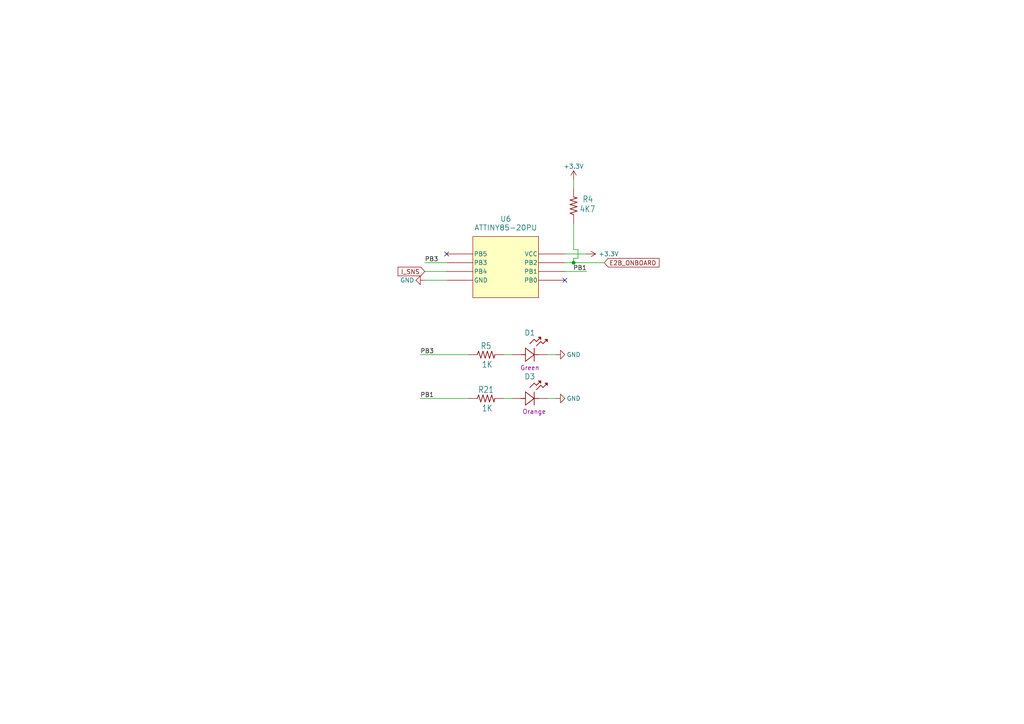
<source format=kicad_sch>
(kicad_sch (version 20250114) (generator "eeschema") (generator_version "9.0")
  (paper "A4")
  (title_block (title "ATTiny85 Core") (date "2025-04-10") (rev "4") (company "B. Lantau") (comment 1 "PN: 4D083-4258-004"))
  (lib_symbols
    (symbol "Diodes:LED_0603_Green" (pin_numbers (hide yes)) (pin_names (hide yes))
      (property "Reference" "D" (at 0 5.08 0))
      (property "Color" "Green" (at 0 -16.51 0))
      (symbol "LED_0603_Green_1_1"
        (polyline (pts (xy -2.54 0) (xy -1.6002 0)) (stroke (width 0.2032)))
        (polyline (pts (xy -1.905 0) (xy -1.27 0)) (stroke (width 0.2032)))
        (polyline (pts (xy -1.27 1.905) (xy -1.27 -1.905)) (stroke (width 0.2032)))
        (polyline (pts (xy -1.27 -1.905) (xy 1.27 0)) (stroke (width 0.2032)))
        (polyline (pts (xy 0 3.175) (xy 1.27 4.445)) (stroke (width 0.2032)))
        (polyline (pts (xy 1.27 4.445) (xy 1.905 3.81)) (stroke (width 0.2032)))
        (polyline (pts (xy 1.27 0) (xy -1.27 1.905)) (stroke (width 0.2032)))
        (polyline (pts (xy 1.27 0) (xy 2.54 0)) (stroke (width 0.2032)))
        (polyline (pts (xy 1.27 -1.905) (xy 1.27 1.905)) (stroke (width 0.2032)))
        (polyline (pts (xy 1.905 3.81) (xy 3.175 5.08)) (stroke (width 0.2032)))
        (polyline (pts (xy 1.905 2.54) (xy 3.175 3.81)) (stroke (width 0.2032)))
        (polyline (pts (xy 2.54 5.08) (xy 3.175 4.445)) (stroke (width 0.2032)))
        (polyline (pts (xy 3.175 5.08) (xy 2.54 5.08)) (stroke (width 0.2032)))
        (polyline (pts (xy 3.175 4.445) (xy 3.175 5.08)) (stroke (width 0.2032)))
        (polyline (pts (xy 3.175 3.81) (xy 3.81 3.175)) (stroke (width 0.2032)))
        (polyline (pts (xy 3.81 3.175) (xy 5.08 4.445)) (stroke (width 0.2032)))
        (polyline (pts (xy 4.445 4.445) (xy 5.08 3.81)) (stroke (width 0.2032)))
        (polyline (pts (xy 5.08 4.445) (xy 4.445 4.445)) (stroke (width 0.2032)))
        (polyline (pts (xy 5.08 3.81) (xy 5.08 4.445)) (stroke (width 0.2032)))
        (pin passive line (at -5.08 0 0) (length 2.54) (name "2") (number "2"))
        (pin passive line (at 5.08 0 180) (length 2.54) (name "1") (number "1"))
      )
    )
    (symbol "Diodes:LED_0603_Orange" (pin_numbers (hide yes)) (pin_names (hide yes))
      (property "Reference" "D" (at 0 5.08 0))
      (property "Color" "Orange" (at 0 -16.51 0))
      (symbol "LED_0603_Orange_1_1"
        (polyline (pts (xy -2.54 0) (xy -1.6002 0)) (stroke (width 0.2032)))
        (polyline (pts (xy -1.905 0) (xy -1.27 0)) (stroke (width 0.2032)))
        (polyline (pts (xy -1.27 1.905) (xy -1.27 -1.905)) (stroke (width 0.2032)))
        (polyline (pts (xy -1.27 -1.905) (xy 1.27 0)) (stroke (width 0.2032)))
        (polyline (pts (xy 0 3.175) (xy 1.27 4.445)) (stroke (width 0.2032)))
        (polyline (pts (xy 1.27 4.445) (xy 1.905 3.81)) (stroke (width 0.2032)))
        (polyline (pts (xy 1.27 0) (xy -1.27 1.905)) (stroke (width 0.2032)))
        (polyline (pts (xy 1.27 0) (xy 2.54 0)) (stroke (width 0.2032)))
        (polyline (pts (xy 1.27 -1.905) (xy 1.27 1.905)) (stroke (width 0.2032)))
        (polyline (pts (xy 1.905 3.81) (xy 3.175 5.08)) (stroke (width 0.2032)))
        (polyline (pts (xy 1.905 2.54) (xy 3.175 3.81)) (stroke (width 0.2032)))
        (polyline (pts (xy 2.54 5.08) (xy 3.175 4.445)) (stroke (width 0.2032)))
        (polyline (pts (xy 3.175 5.08) (xy 2.54 5.08)) (stroke (width 0.2032)))
        (polyline (pts (xy 3.175 4.445) (xy 3.175 5.08)) (stroke (width 0.2032)))
        (polyline (pts (xy 3.175 3.81) (xy 3.81 3.175)) (stroke (width 0.2032)))
        (polyline (pts (xy 3.81 3.175) (xy 5.08 4.445)) (stroke (width 0.2032)))
        (polyline (pts (xy 4.445 4.445) (xy 5.08 3.81)) (stroke (width 0.2032)))
        (polyline (pts (xy 5.08 4.445) (xy 4.445 4.445)) (stroke (width 0.2032)))
        (polyline (pts (xy 5.08 3.81) (xy 5.08 4.445)) (stroke (width 0.2032)))
        (pin passive line (at -5.08 0 0) (length 2.54) (name "2") (number "2"))
        (pin passive line (at 5.08 0 180) (length 2.54) (name "1") (number "1"))
      )
    )
    (symbol "IC - MCU:ATTINY85-20PU" (pin_numbers (hide yes)) (pin_names (offset 0.254))
      (property "Reference" "U" (at 17.78 7.62 0))
      (property "Value" "ATTINY85-20PU" (at 17.78 -12.7 0))
      (symbol "ATTINY85-20PU_0_1"
        (pin bidirectional line (at 0 1.27 0) (length 7.62) (name "PB5") (number "1"))
        (pin bidirectional line (at 0 -1.27 0) (length 7.62) (name "PB3") (number "2"))
        (pin bidirectional line (at 0 -3.81 0) (length 7.62) (name "PB4") (number "3"))
        (pin bidirectional line (at 0 -6.35 0) (length 7.62) (name "GND") (number "4"))
        (pin bidirectional line (at 34.29 1.27 180) (length 7.62) (name "VCC") (number "8"))
        (pin bidirectional line (at 34.29 -1.27 180) (length 7.62) (name "PB2") (number "7"))
        (pin bidirectional line (at 34.29 -3.81 180) (length 7.62) (name "PB1") (number "6"))
        (pin bidirectional line (at 34.29 -6.35 180) (length 7.62) (name "PB0") (number "5"))
      )
      (symbol "ATTINY85-20PU_1_1"
        (rectangle (start 7.62 6.35) (end 26.67 -11.43) (fill (type background)))
      )
    )
    (symbol "R_0603_RMCF:R_0603_RMCF_1K" (pin_numbers (hide yes)) (pin_names (hide yes))
      (property "Reference" "R" (at -0.8054 1.519 0))
      (property "Value" "1K" (at -1.524 -3.81 0))
      (symbol "R_0603_RMCF_1K_1_0"
        (polyline (pts (xy -2.54 0) (xy -2.159 1.016)) (stroke (width 0.2032)))
        (polyline (pts (xy -2.159 1.016) (xy -1.524 -1.016)) (stroke (width 0.2032)))
        (polyline (pts (xy -1.524 -1.016) (xy -0.889 1.016)) (stroke (width 0.2032)))
        (polyline (pts (xy -0.889 1.016) (xy -0.254 -1.016)) (stroke (width 0.2032)))
        (polyline (pts (xy -0.254 -1.016) (xy 0.381 1.016)) (stroke (width 0.2032)))
        (polyline (pts (xy 0.381 1.016) (xy 1.016 -1.016)) (stroke (width 0.2032)))
        (polyline (pts (xy 1.016 -1.016) (xy 1.651 1.016)) (stroke (width 0.2032)))
        (polyline (pts (xy 1.651 1.016) (xy 2.286 -1.016)) (stroke (width 0.2032)))
        (polyline (pts (xy 2.286 -1.016) (xy 2.54 0)) (stroke (width 0.2032)))
        (pin passive line (at -5.08 0 0) (length 2.54) (name "1") (number "1"))
        (pin passive line (at 5.08 0 180) (length 2.54) (name "2") (number "2"))
      )
    )
    (symbol "R_1206_RMCF:R_1206_RMCF_4K7" (pin_numbers (hide yes)) (pin_names (hide yes))
      (property "Reference" "R" (at -0.7749 1.7058 0))
      (property "Value" "4K7" (at -1.524 -3.556 0))
      (symbol "R_1206_RMCF_4K7_1_0"
        (polyline (pts (xy -2.54 0) (xy -2.159 1.016)) (stroke (width 0.2032)))
        (polyline (pts (xy -2.159 1.016) (xy -1.524 -1.016)) (stroke (width 0.2032)))
        (polyline (pts (xy -1.524 -1.016) (xy -0.889 1.016)) (stroke (width 0.2032)))
        (polyline (pts (xy -0.889 1.016) (xy -0.254 -1.016)) (stroke (width 0.2032)))
        (polyline (pts (xy -0.254 -1.016) (xy 0.381 1.016)) (stroke (width 0.2032)))
        (polyline (pts (xy 0.381 1.016) (xy 1.016 -1.016)) (stroke (width 0.2032)))
        (polyline (pts (xy 1.016 -1.016) (xy 1.651 1.016)) (stroke (width 0.2032)))
        (polyline (pts (xy 1.651 1.016) (xy 2.286 -1.016)) (stroke (width 0.2032)))
        (polyline (pts (xy 2.286 -1.016) (xy 2.54 0)) (stroke (width 0.2032)))
        (pin passive line (at -5.08 0 0) (length 2.54) (name "1") (number "1"))
        (pin passive line (at 5.08 0 180) (length 2.54) (name "2") (number "2"))
      )
    )
    (symbol "power:+3.3V" (power) (pin_numbers (hide yes)) (pin_names (offset 0) (hide yes))
      (property "Value" "+3.3V" (at 0 3.556 0))
      (symbol "+3.3V_0_1"
        (polyline (pts (xy -0.762 1.27) (xy 0 2.54)))
        (polyline (pts (xy 0 2.54) (xy 0.762 1.27)))
        (polyline (pts (xy 0 0) (xy 0 2.54)))
      )
      (symbol "+3.3V_1_1"
        (pin power_in line (at 0 0 90) (length 0) (name "~") (number "1"))
      )
    )
    (symbol "power:GND" (power) (pin_numbers (hide yes)) (pin_names (offset 0) (hide yes))
      (property "Value" "GND" (at 0 -3.81 0))
      (symbol "GND_0_1"
        (polyline (pts (xy 0 0) (xy 0 -1.27) (xy 1.27 -1.27) (xy 0 -2.54) (xy -1.27 -1.27) (xy 0 -1.27)))
      )
      (symbol "GND_1_1"
        (pin power_in line (at 0 0 270) (length 0) (name "~") (number "1"))
      )
    )
  )
  (junction (at 166.37 76.2))
  (no_connect (at 163.83 81.28))
  (no_connect (at 129.54 73.66))
  (wire (pts (xy 167.64 74.93) (xy 167.64 72.39)))
  (wire (pts (xy 166.37 64.77) (xy 166.37 72.39)))
  (wire (pts (xy 158.75 102.87) (xy 161.29 102.87)))
  (wire (pts (xy 166.37 74.93) (xy 167.64 74.93)))
  (wire (pts (xy 135.89 102.87) (xy 121.92 102.87)))
  (wire (pts (xy 123.19 76.2) (xy 129.54 76.2)))
  (wire (pts (xy 163.83 73.66) (xy 170.18 73.66)))
  (wire (pts (xy 146.05 115.57) (xy 148.59 115.57)))
  (wire (pts (xy 175.26 76.2) (xy 166.37 76.2)))
  (wire (pts (xy 166.37 74.93) (xy 166.37 76.2)))
  (wire (pts (xy 135.89 115.57) (xy 121.92 115.57)))
  (wire (pts (xy 123.19 78.74) (xy 129.54 78.74)))
  (wire (pts (xy 158.75 115.57) (xy 161.29 115.57)))
  (wire (pts (xy 166.37 52.07) (xy 166.37 54.61)))
  (wire (pts (xy 123.19 81.28) (xy 129.54 81.28)))
  (wire (pts (xy 146.05 102.87) (xy 148.59 102.87)))
  (wire (pts (xy 166.37 76.2) (xy 163.83 76.2)))
  (wire (pts (xy 166.37 72.39) (xy 167.64 72.39)))
  (wire (pts (xy 170.18 78.74) (xy 163.83 78.74)))
  (label "PB1" (at 121.92 115.57 0))
  (label "PB3" (at 121.92 102.87 0))
  (label "PB3" (at 123.19 76.2 0))
  (label "PB1" (at 170.18 78.74 180))
  (global_label "I_SNS" (shape input) (at 123.19 78.74 180) (property "Intersheetrefs" "${INTERSHEET_REFS}" (effects (hide yes))))
  (global_label "E2B_ONBOARD" (shape input) (at 175.26 76.2 0) (property "Intersheetrefs" "${INTERSHEET_REFS}" (effects (hide yes))))
  (symbol (lib_id "R_1206_RMCF:R_1206_RMCF_4K7") (at 166.37 59.69 90) (unit 1)
    (property "Reference" "R4" (at 168.91 57.785 90) (effects (font (size 1.778 1.5113)) (justify right)))
    (property "Value" "4K7" (at 172.72 59.69 90) (effects (font (size 1.778 1.5113)) (justify left bottom)))
    (property "Footprint" "Custom_Microcontroller:R_1206" (effects (hide yes)))
    (property "Part Number" "RMCF1206FT4K70" (effects (hide yes)))
    (property "Manufacturer" "Stackpole" (effects (hide yes)))
    (property "Rating" "1/4W" (effects (hide yes)))
  )
  (symbol (lib_id "power:GND") (at 123.19 81.28 270) (unit 1)
    (property "Reference" "#PWR0114" (effects (hide yes)))
    (property "Value" "GND" (at 118.11 81.28 90))
    (property "Description" "Power symbol creates a global label with name \"GND\" , ground" (effects (hide yes)))
    (instances (project "esp32" (path "" (reference "#PWR06") (unit 1))) (project "Espresso_Rev4" (path "" (reference "#PWR0114") (unit 1))))
  )
  (symbol (lib_id "R_0603_RMCF:R_0603_RMCF_1K") (at 140.97 115.57 0) (unit 1)
    (property "Reference" "R21" (at 140.97 113.03 0) (effects (font (size 1.778 1.5113))))
    (property "Value" "1K" (at 139.7 119.38 0) (effects (font (size 1.778 1.5113)) (justify left bottom)))
    (property "Footprint" "Custom_Microcontroller:R_0603" (effects (hide yes)))
    (property "Part Number" "RMCF0603FT1K00" (effects (hide yes)))
    (property "Manufacturer" "Stackpole" (effects (hide yes)))
    (property "Rating" "1/10W" (effects (hide yes)))
  )
  (symbol (lib_id "power:GND") (at 161.29 115.57 90) (unit 1)
    (property "Reference" "#PWR093" (effects (hide yes)))
    (property "Value" "GND" (at 166.37 115.57 90))
    (property "Description" "Power symbol creates a global label with name \"GND\" , ground" (effects (hide yes)))
    (instances (project "esp32" (path "" (reference "#PWR06") (unit 1))) (project "Espresso_Rev4" (path "" (reference "#PWR093") (unit 1))))
  )
  (symbol (lib_id "power:+3.3V") (at 166.37 52.07 0) (unit 1)
    (property "Reference" "#PWR020" (effects (hide yes)))
    (property "Value" "+3.3V" (at 166.37 48.26 0))
    (property "Description" "Power symbol creates a global label with name \"+3.3V\"" (effects (hide yes)))
  )
  (symbol (lib_id "IC - MCU:ATTINY85-20PU") (at 129.54 74.93 0) (unit 1)
    (property "Reference" "U6" (at 146.685 63.5 0) (effects (font (size 1.524 1.524))))
    (property "Value" "ATTINY85-20PU" (at 146.685 66.04 0) (effects (font (size 1.524 1.524))))
    (property "Footprint" "Custom_Microcontroller:ATTINY85-20PU" (effects (hide yes)))
    (property "Datasheet" "https://ww1.microchip.com/downloads/en/DeviceDoc/Atmel-2586-AVR-8-bit-Microcontroller-ATtiny25-ATtiny45-ATtiny85_Datasheet-Summary.pdf" (effects (hide yes)))
    (property "Description" "IC MCU 8BIT 8KB FLASH 8DIP" (effects (hide yes)))
    (property "Part Number" "ATTINY85-20PU" (effects (hide yes)))
    (property "Manufacturer" "Microchip" (effects (hide yes)))
  )
  (symbol (lib_id "Diodes:LED_0603_Orange") (at 153.67 115.57 0) (unit 1)
    (property "Reference" "D3" (at 153.67 109.22 0) (effects (font (size 1.524 1.524))))
    (property "Footprint" "Custom_Microcontroller:LED_0603" (effects (hide yes)))
    (property "Datasheet" "https://optoelectronics.liteon.com/upload/download/DS22-2000-228/LTST-C191KGKT.PDF" (effects (hide yes)))
    (property "Description" "LED ORANGE CLEAR SMD" (effects (hide yes)))
    (property "Part Number" "LTST-C191KFKT" (effects (hide yes)))
    (property "Manufacturer" "Lite-On Inc." (effects (hide yes)))
    (property "Color" "Orange" (at 154.94 119.38 0))
  )
  (symbol (lib_id "power:+3.3V") (at 170.18 73.66 270) (unit 1)
    (property "Reference" "#PWR07" (effects (hide yes)))
    (property "Value" "+3.3V" (at 176.53 73.66 90))
    (property "Description" "Power symbol creates a global label with name \"+3.3V\"" (effects (hide yes)))
  )
  (symbol (lib_id "Diodes:LED_0603_Green") (at 153.67 102.87 0) (unit 1)
    (property "Reference" "D1" (at 153.67 96.52 0) (effects (font (size 1.524 1.524))))
    (property "Footprint" "Custom_Microcontroller:LED_0603" (effects (hide yes)))
    (property "Datasheet" "https://optoelectronics.liteon.com/upload/download/DS22-2000-228/LTST-C191KGKT.PDF" (effects (hide yes)))
    (property "Description" "LED GREEN CLEAR SMD" (effects (hide yes)))
    (property "Part Number" "LTST-C191KGKT" (effects (hide yes)))
    (property "Manufacturer" "Lite-On Inc." (effects (hide yes)))
    (property "Color" "Green" (at 153.67 106.68 0))
  )
  (symbol (lib_id "R_0603_RMCF:R_0603_RMCF_1K") (at 140.97 102.87 0) (unit 1)
    (property "Reference" "R5" (at 140.97 100.33 0) (effects (font (size 1.778 1.5113))))
    (property "Value" "1K" (at 139.7 106.68 0) (effects (font (size 1.778 1.5113)) (justify left bottom)))
    (property "Footprint" "Custom_Microcontroller:R_0603" (effects (hide yes)))
    (property "Part Number" "RMCF0603FT1K00" (effects (hide yes)))
    (property "Manufacturer" "Stackpole" (effects (hide yes)))
    (property "Rating" "1/10W" (effects (hide yes)))
  )
  (symbol (lib_id "power:GND") (at 161.29 102.87 90) (unit 1)
    (property "Reference" "#PWR010" (effects (hide yes)))
    (property "Value" "GND" (at 166.37 102.87 90))
    (property "Description" "Power symbol creates a global label with name \"GND\" , ground" (effects (hide yes)))
    (instances (project "esp32" (path "" (reference "#PWR06") (unit 1))) (project "Espresso_Rev4" (path "" (reference "#PWR010") (unit 1))))
  )
)
</source>
